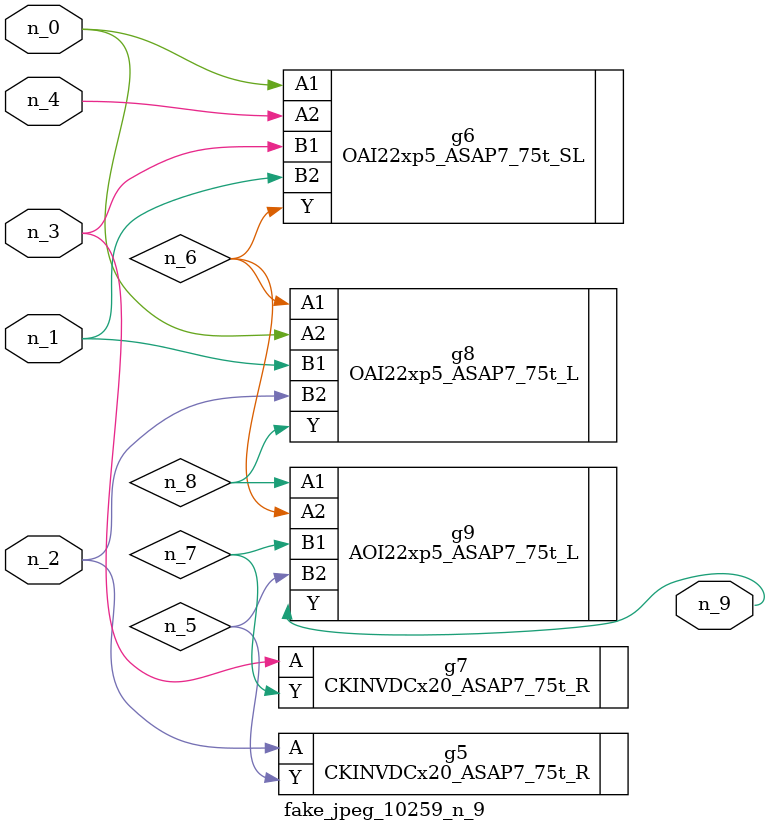
<source format=v>
module fake_jpeg_10259_n_9 (n_3, n_2, n_1, n_0, n_4, n_9);

input n_3;
input n_2;
input n_1;
input n_0;
input n_4;

output n_9;

wire n_8;
wire n_6;
wire n_5;
wire n_7;

CKINVDCx20_ASAP7_75t_R g5 ( 
.A(n_2),
.Y(n_5)
);

OAI22xp5_ASAP7_75t_SL g6 ( 
.A1(n_0),
.A2(n_4),
.B1(n_3),
.B2(n_1),
.Y(n_6)
);

CKINVDCx20_ASAP7_75t_R g7 ( 
.A(n_3),
.Y(n_7)
);

OAI22xp5_ASAP7_75t_L g8 ( 
.A1(n_6),
.A2(n_0),
.B1(n_1),
.B2(n_2),
.Y(n_8)
);

AOI22xp5_ASAP7_75t_L g9 ( 
.A1(n_8),
.A2(n_6),
.B1(n_7),
.B2(n_5),
.Y(n_9)
);


endmodule
</source>
